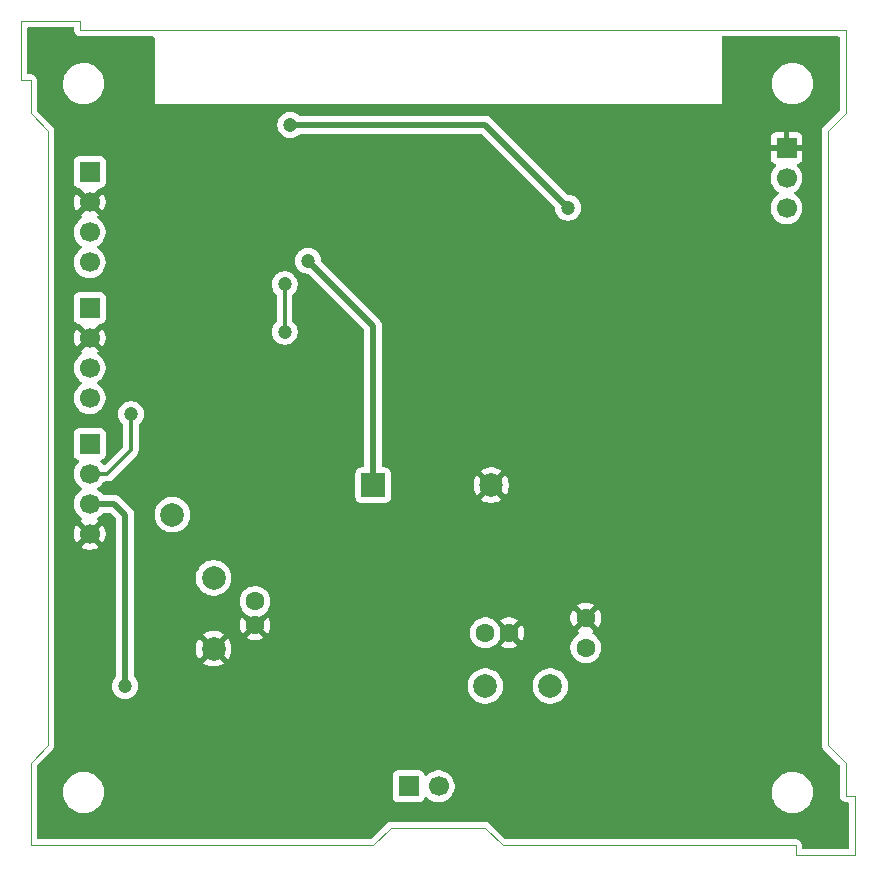
<source format=gbr>
%TF.GenerationSoftware,KiCad,Pcbnew,9.0.2*%
%TF.CreationDate,2025-05-20T18:43:20+03:00*%
%TF.ProjectId,Project_PCB,50726f6a-6563-4745-9f50-43422e6b6963,0*%
%TF.SameCoordinates,Original*%
%TF.FileFunction,Copper,L2,Bot*%
%TF.FilePolarity,Positive*%
%FSLAX46Y46*%
G04 Gerber Fmt 4.6, Leading zero omitted, Abs format (unit mm)*
G04 Created by KiCad (PCBNEW 9.0.2) date 2025-05-20 18:43:20*
%MOMM*%
%LPD*%
G01*
G04 APERTURE LIST*
%TA.AperFunction,ComponentPad*%
%ADD10C,1.600000*%
%TD*%
%TA.AperFunction,ComponentPad*%
%ADD11R,1.700000X1.700000*%
%TD*%
%TA.AperFunction,ComponentPad*%
%ADD12C,1.700000*%
%TD*%
%TA.AperFunction,ComponentPad*%
%ADD13C,2.000000*%
%TD*%
%TA.AperFunction,ComponentPad*%
%ADD14R,1.995000X1.995000*%
%TD*%
%TA.AperFunction,ComponentPad*%
%ADD15C,1.995000*%
%TD*%
%TA.AperFunction,HeatsinkPad*%
%ADD16C,0.600000*%
%TD*%
%TA.AperFunction,ViaPad*%
%ADD17C,1.200000*%
%TD*%
%TA.AperFunction,Conductor*%
%ADD18C,0.500000*%
%TD*%
%TA.AperFunction,Conductor*%
%ADD19C,0.300000*%
%TD*%
%TA.AperFunction,Profile*%
%ADD20C,0.050000*%
%TD*%
G04 APERTURE END LIST*
D10*
%TO.P,C7,1*%
%TO.N,+BATT*%
X19000000Y-48350000D03*
%TO.P,C7,2*%
%TO.N,GND*%
X19000000Y-50350000D03*
%TD*%
%TO.P,C2,1*%
%TO.N,+3V3*%
X47000000Y-52250000D03*
%TO.P,C2,2*%
%TO.N,GND*%
X47000000Y-49750000D03*
%TD*%
D11*
%TO.P,D1,1,RA*%
%TO.N,Net-(D1-RA)*%
X5000000Y-12000000D03*
D12*
%TO.P,D1,2,K*%
%TO.N,GND*%
X5000000Y-14540000D03*
%TO.P,D1,3,GA*%
%TO.N,Net-(D1-GA)*%
X5000000Y-17080000D03*
%TO.P,D1,4,BA*%
%TO.N,Net-(D1-BA)*%
X5000000Y-19620000D03*
%TD*%
D11*
%TO.P,D2,1,RA*%
%TO.N,Net-(D2-RA)*%
X5000000Y-23500000D03*
D12*
%TO.P,D2,2,K*%
%TO.N,GND*%
X5000000Y-26040000D03*
%TO.P,D2,3,GA*%
%TO.N,Net-(D2-GA)*%
X5000000Y-28580000D03*
%TO.P,D2,4,BA*%
%TO.N,Net-(D2-BA)*%
X5000000Y-31120000D03*
%TD*%
D13*
%TO.P,TP3,1,1*%
%TO.N,GND*%
X15500000Y-52350000D03*
%TD*%
D11*
%TO.P,J2,1,Pin_1*%
%TO.N,GND*%
X64000000Y-9960000D03*
D12*
%TO.P,J2,2,Pin_2*%
%TO.N,Net-(J2-Pin_2)*%
X64000000Y-12500000D03*
%TO.P,J2,3,Pin_3*%
%TO.N,+3V3*%
X64000000Y-15040000D03*
%TD*%
D10*
%TO.P,C4,1*%
%TO.N,VIN*%
X38500000Y-51000000D03*
%TO.P,C4,2*%
%TO.N,GND*%
X40500000Y-51000000D03*
%TD*%
D14*
%TO.P,LS1,1,1*%
%TO.N,Net-(U1-IO17)*%
X29000000Y-38500000D03*
D15*
%TO.P,LS1,2,2*%
%TO.N,GND*%
X39000000Y-38500000D03*
%TD*%
D13*
%TO.P,TP5,1,1*%
%TO.N,VIN*%
X38500000Y-55500000D03*
%TD*%
D11*
%TO.P,SW3,1,1*%
%TO.N,POW{slash}IO9*%
X32000000Y-64000000D03*
D12*
%TO.P,SW3,2,2*%
%TO.N,+3V3*%
X34540000Y-64000000D03*
%TD*%
D13*
%TO.P,TP4,1,1*%
%TO.N,VBUS*%
X12000000Y-41000000D03*
%TD*%
%TO.P,TP2,1,1*%
%TO.N,+BATT*%
X15500000Y-46350000D03*
%TD*%
D16*
%TO.P,U1,41,GND*%
%TO.N,GND*%
X31600000Y-14760000D03*
X31600000Y-16160000D03*
X32300000Y-14060000D03*
X32300000Y-15460000D03*
X32300000Y-16860000D03*
X33000000Y-14760000D03*
X33000000Y-16160000D03*
X33700000Y-14060000D03*
X33700000Y-15460000D03*
X33700000Y-16860000D03*
X34400000Y-14760000D03*
X34400000Y-16160000D03*
%TD*%
D13*
%TO.P,TP1,1,1*%
%TO.N,+3V3*%
X44000000Y-55500000D03*
%TD*%
D11*
%TO.P,J1,1,D+*%
%TO.N,ESP20{slash}D+*%
X5000000Y-35000000D03*
D12*
%TO.P,J1,2,D-*%
%TO.N,ESP19{slash}D-*%
X5000000Y-37540000D03*
%TO.P,J1,3,VBUS*%
%TO.N,VBUS*%
X5000000Y-40080000D03*
%TO.P,J1,4,GND*%
%TO.N,GND*%
X5000000Y-42620000D03*
%TD*%
D17*
%TO.N,+3V3*%
X45500000Y-15000000D03*
X22000000Y-8000000D03*
%TO.N,GND*%
X26000000Y-28000000D03*
%TO.N,BATT{slash}IO8*%
X21500000Y-21500000D03*
X21500000Y-25500000D03*
%TO.N,VBUS*%
X8000000Y-55500000D03*
%TO.N,ESP19{slash}D-*%
X8500000Y-32500000D03*
%TO.N,Net-(U1-IO17)*%
X23500000Y-19500000D03*
%TD*%
D18*
%TO.N,Net-(U1-IO17)*%
X29000000Y-38500000D02*
X29000000Y-25000000D01*
X29000000Y-25000000D02*
X23500000Y-19500000D01*
%TO.N,+3V3*%
X38500000Y-8000000D02*
X22000000Y-8000000D01*
X45500000Y-15000000D02*
X38500000Y-8000000D01*
D19*
%TO.N,ESP19{slash}D-*%
X6460000Y-37540000D02*
X5000000Y-37540000D01*
X8500000Y-32500000D02*
X8500000Y-35500000D01*
X8500000Y-35500000D02*
X6460000Y-37540000D01*
D18*
%TO.N,VBUS*%
X8000000Y-41000000D02*
X8000000Y-55500000D01*
X7080000Y-40080000D02*
X8000000Y-41000000D01*
X5000000Y-40080000D02*
X7080000Y-40080000D01*
D19*
%TO.N,BATT{slash}IO8*%
X21500000Y-25500000D02*
X21500000Y-21500000D01*
%TD*%
%TA.AperFunction,Conductor*%
%TO.N,GND*%
G36*
X3642539Y279815D02*
G01*
X3688294Y227011D01*
X3699500Y175500D01*
X3699500Y-65891D01*
X3733608Y-193187D01*
X3766554Y-250250D01*
X3799500Y-307314D01*
X3892686Y-400500D01*
X4006814Y-466392D01*
X4134108Y-500500D01*
X4265892Y-500500D01*
X4534108Y-500500D01*
X10376000Y-500500D01*
X10443039Y-520185D01*
X10488794Y-572989D01*
X10500000Y-624500D01*
X10500000Y-6250000D01*
X58500000Y-6250000D01*
X58500000Y-4385258D01*
X62749500Y-4385258D01*
X62749500Y-4614741D01*
X62774446Y-4804215D01*
X62779452Y-4842238D01*
X62779453Y-4842240D01*
X62838842Y-5063887D01*
X62926650Y-5275876D01*
X62926657Y-5275890D01*
X63041392Y-5474617D01*
X63181081Y-5656661D01*
X63181089Y-5656670D01*
X63343330Y-5818911D01*
X63343338Y-5818918D01*
X63525382Y-5958607D01*
X63525385Y-5958608D01*
X63525388Y-5958611D01*
X63724112Y-6073344D01*
X63724117Y-6073346D01*
X63724123Y-6073349D01*
X63815480Y-6111190D01*
X63936113Y-6161158D01*
X64157762Y-6220548D01*
X64385266Y-6250500D01*
X64385273Y-6250500D01*
X64614727Y-6250500D01*
X64614734Y-6250500D01*
X64842238Y-6220548D01*
X65063887Y-6161158D01*
X65275888Y-6073344D01*
X65474612Y-5958611D01*
X65656661Y-5818919D01*
X65656665Y-5818914D01*
X65656670Y-5818911D01*
X65818911Y-5656670D01*
X65818914Y-5656665D01*
X65818919Y-5656661D01*
X65958611Y-5474612D01*
X66073344Y-5275888D01*
X66161158Y-5063887D01*
X66220548Y-4842238D01*
X66250500Y-4614734D01*
X66250500Y-4385266D01*
X66220548Y-4157762D01*
X66161158Y-3936113D01*
X66104571Y-3799500D01*
X66073349Y-3724123D01*
X66073346Y-3724117D01*
X66073344Y-3724112D01*
X65958611Y-3525388D01*
X65958608Y-3525385D01*
X65958607Y-3525382D01*
X65818918Y-3343338D01*
X65818911Y-3343330D01*
X65656670Y-3181089D01*
X65656661Y-3181081D01*
X65474617Y-3041392D01*
X65275890Y-2926657D01*
X65275876Y-2926650D01*
X65063887Y-2838842D01*
X64842238Y-2779452D01*
X64804215Y-2774446D01*
X64614741Y-2749500D01*
X64614734Y-2749500D01*
X64385266Y-2749500D01*
X64385258Y-2749500D01*
X64168715Y-2778009D01*
X64157762Y-2779452D01*
X64064076Y-2804554D01*
X63936112Y-2838842D01*
X63724123Y-2926650D01*
X63724109Y-2926657D01*
X63525382Y-3041392D01*
X63343338Y-3181081D01*
X63181081Y-3343338D01*
X63041392Y-3525382D01*
X62926657Y-3724109D01*
X62926650Y-3724123D01*
X62838842Y-3936112D01*
X62838842Y-3936113D01*
X62785790Y-4134110D01*
X62779453Y-4157759D01*
X62779451Y-4157770D01*
X62749500Y-4385258D01*
X58500000Y-4385258D01*
X58500000Y-624500D01*
X58519685Y-557461D01*
X58572489Y-511706D01*
X58624000Y-500500D01*
X68375500Y-500500D01*
X68442539Y-520185D01*
X68488294Y-572989D01*
X68499500Y-624500D01*
X68499500Y-6741324D01*
X68479815Y-6808363D01*
X68463181Y-6829005D01*
X67099502Y-8192683D01*
X67099500Y-8192686D01*
X67033608Y-8306812D01*
X66999500Y-8434108D01*
X66999500Y-16434108D01*
X66999500Y-60434108D01*
X66999500Y-60565892D01*
X67016554Y-60629539D01*
X67033608Y-60693187D01*
X67066554Y-60750250D01*
X67099500Y-60807314D01*
X67099501Y-60807315D01*
X67099502Y-60807316D01*
X68463181Y-62170995D01*
X68496666Y-62232318D01*
X68499500Y-62258676D01*
X68499500Y-64734108D01*
X68499500Y-64865892D01*
X68508069Y-64897872D01*
X68533608Y-64993187D01*
X68566554Y-65050250D01*
X68599500Y-65107314D01*
X68692686Y-65200500D01*
X68806814Y-65266392D01*
X68934108Y-65300500D01*
X69175500Y-65300500D01*
X69242539Y-65320185D01*
X69288294Y-65372989D01*
X69299500Y-65424500D01*
X69299500Y-69175500D01*
X69279815Y-69242539D01*
X69227011Y-69288294D01*
X69175500Y-69299500D01*
X65424500Y-69299500D01*
X65357461Y-69279815D01*
X65311706Y-69227011D01*
X65300500Y-69175500D01*
X65300500Y-68934110D01*
X65300500Y-68934108D01*
X65266392Y-68806814D01*
X65200500Y-68692686D01*
X65107314Y-68599500D01*
X65050250Y-68566554D01*
X64993187Y-68533608D01*
X64929539Y-68516554D01*
X64865892Y-68499500D01*
X64865891Y-68499500D01*
X40258676Y-68499500D01*
X40191637Y-68479815D01*
X40170995Y-68463181D01*
X38807316Y-67099502D01*
X38807314Y-67099500D01*
X38750250Y-67066554D01*
X38693187Y-67033608D01*
X38629539Y-67016554D01*
X38565892Y-66999500D01*
X30565892Y-66999500D01*
X30434107Y-66999500D01*
X30306812Y-67033608D01*
X30192686Y-67099500D01*
X30192683Y-67099502D01*
X28829005Y-68463181D01*
X28767682Y-68496666D01*
X28741324Y-68499500D01*
X624500Y-68499500D01*
X557461Y-68479815D01*
X511706Y-68427011D01*
X500500Y-68375500D01*
X500500Y-64385258D01*
X2749500Y-64385258D01*
X2749500Y-64614741D01*
X2761755Y-64707820D01*
X2779452Y-64842238D01*
X2811252Y-64960917D01*
X2838842Y-65063887D01*
X2926650Y-65275876D01*
X2926657Y-65275890D01*
X3041392Y-65474617D01*
X3181081Y-65656661D01*
X3181089Y-65656670D01*
X3343330Y-65818911D01*
X3343338Y-65818918D01*
X3525382Y-65958607D01*
X3525385Y-65958608D01*
X3525388Y-65958611D01*
X3724112Y-66073344D01*
X3724117Y-66073346D01*
X3724123Y-66073349D01*
X3815480Y-66111190D01*
X3936113Y-66161158D01*
X4157762Y-66220548D01*
X4385266Y-66250500D01*
X4385273Y-66250500D01*
X4614727Y-66250500D01*
X4614734Y-66250500D01*
X4842238Y-66220548D01*
X5063887Y-66161158D01*
X5275888Y-66073344D01*
X5474612Y-65958611D01*
X5656661Y-65818919D01*
X5656665Y-65818914D01*
X5656670Y-65818911D01*
X5818911Y-65656670D01*
X5818914Y-65656665D01*
X5818919Y-65656661D01*
X5958611Y-65474612D01*
X6073344Y-65275888D01*
X6161158Y-65063887D01*
X6220548Y-64842238D01*
X6250500Y-64614734D01*
X6250500Y-64385266D01*
X6220548Y-64157762D01*
X6161158Y-63936113D01*
X6073344Y-63724112D01*
X5958611Y-63525388D01*
X5958608Y-63525385D01*
X5958607Y-63525382D01*
X5818918Y-63343338D01*
X5818911Y-63343330D01*
X5656670Y-63181089D01*
X5656661Y-63181081D01*
X5553778Y-63102135D01*
X30649500Y-63102135D01*
X30649500Y-64897870D01*
X30649501Y-64897876D01*
X30655908Y-64957483D01*
X30706202Y-65092328D01*
X30706206Y-65092335D01*
X30792452Y-65207544D01*
X30792455Y-65207547D01*
X30907664Y-65293793D01*
X30907671Y-65293797D01*
X31042517Y-65344091D01*
X31042516Y-65344091D01*
X31049444Y-65344835D01*
X31102127Y-65350500D01*
X32897872Y-65350499D01*
X32957483Y-65344091D01*
X33092331Y-65293796D01*
X33207546Y-65207546D01*
X33293796Y-65092331D01*
X33342810Y-64960916D01*
X33384681Y-64904984D01*
X33450145Y-64880566D01*
X33518418Y-64895417D01*
X33546673Y-64916569D01*
X33660213Y-65030109D01*
X33832179Y-65155048D01*
X33832181Y-65155049D01*
X33832184Y-65155051D01*
X34021588Y-65251557D01*
X34223757Y-65317246D01*
X34433713Y-65350500D01*
X34433714Y-65350500D01*
X34646286Y-65350500D01*
X34646287Y-65350500D01*
X34856243Y-65317246D01*
X35058412Y-65251557D01*
X35247816Y-65155051D01*
X35334138Y-65092335D01*
X35419786Y-65030109D01*
X35419788Y-65030106D01*
X35419792Y-65030104D01*
X35570104Y-64879792D01*
X35570106Y-64879788D01*
X35570109Y-64879786D01*
X35695048Y-64707820D01*
X35695047Y-64707820D01*
X35695051Y-64707816D01*
X35791557Y-64518412D01*
X35834822Y-64385258D01*
X62749500Y-64385258D01*
X62749500Y-64614741D01*
X62761755Y-64707820D01*
X62779452Y-64842238D01*
X62811252Y-64960917D01*
X62838842Y-65063887D01*
X62926650Y-65275876D01*
X62926657Y-65275890D01*
X63041392Y-65474617D01*
X63181081Y-65656661D01*
X63181089Y-65656670D01*
X63343330Y-65818911D01*
X63343338Y-65818918D01*
X63525382Y-65958607D01*
X63525385Y-65958608D01*
X63525388Y-65958611D01*
X63724112Y-66073344D01*
X63724117Y-66073346D01*
X63724123Y-66073349D01*
X63815480Y-66111190D01*
X63936113Y-66161158D01*
X64157762Y-66220548D01*
X64385266Y-66250500D01*
X64385273Y-66250500D01*
X64614727Y-66250500D01*
X64614734Y-66250500D01*
X64842238Y-66220548D01*
X65063887Y-66161158D01*
X65275888Y-66073344D01*
X65474612Y-65958611D01*
X65656661Y-65818919D01*
X65656665Y-65818914D01*
X65656670Y-65818911D01*
X65818911Y-65656670D01*
X65818914Y-65656665D01*
X65818919Y-65656661D01*
X65958611Y-65474612D01*
X66073344Y-65275888D01*
X66161158Y-65063887D01*
X66220548Y-64842238D01*
X66250500Y-64614734D01*
X66250500Y-64385266D01*
X66220548Y-64157762D01*
X66161158Y-63936113D01*
X66073344Y-63724112D01*
X65958611Y-63525388D01*
X65958608Y-63525385D01*
X65958607Y-63525382D01*
X65818918Y-63343338D01*
X65818911Y-63343330D01*
X65656670Y-63181089D01*
X65656661Y-63181081D01*
X65474617Y-63041392D01*
X65275890Y-62926657D01*
X65275876Y-62926650D01*
X65063887Y-62838842D01*
X64842238Y-62779452D01*
X64804215Y-62774446D01*
X64614741Y-62749500D01*
X64614734Y-62749500D01*
X64385266Y-62749500D01*
X64385258Y-62749500D01*
X64168715Y-62778009D01*
X64157762Y-62779452D01*
X64109234Y-62792455D01*
X63936112Y-62838842D01*
X63724123Y-62926650D01*
X63724109Y-62926657D01*
X63525382Y-63041392D01*
X63343338Y-63181081D01*
X63181081Y-63343338D01*
X63041392Y-63525382D01*
X62926657Y-63724109D01*
X62926650Y-63724123D01*
X62838842Y-63936112D01*
X62779453Y-64157759D01*
X62779451Y-64157770D01*
X62749500Y-64385258D01*
X35834822Y-64385258D01*
X35857246Y-64316243D01*
X35890500Y-64106287D01*
X35890500Y-63893713D01*
X35857246Y-63683757D01*
X35791557Y-63481588D01*
X35695051Y-63292184D01*
X35695049Y-63292181D01*
X35695048Y-63292179D01*
X35570109Y-63120213D01*
X35419786Y-62969890D01*
X35247820Y-62844951D01*
X35058414Y-62748444D01*
X35058413Y-62748443D01*
X35058412Y-62748443D01*
X34856243Y-62682754D01*
X34856241Y-62682753D01*
X34856240Y-62682753D01*
X34694957Y-62657208D01*
X34646287Y-62649500D01*
X34433713Y-62649500D01*
X34385042Y-62657208D01*
X34223760Y-62682753D01*
X34021585Y-62748444D01*
X33832179Y-62844951D01*
X33660215Y-62969889D01*
X33546673Y-63083431D01*
X33485350Y-63116915D01*
X33415658Y-63111931D01*
X33359725Y-63070059D01*
X33342810Y-63039082D01*
X33293797Y-62907671D01*
X33293793Y-62907664D01*
X33207547Y-62792455D01*
X33207544Y-62792452D01*
X33092335Y-62706206D01*
X33092328Y-62706202D01*
X32957482Y-62655908D01*
X32957483Y-62655908D01*
X32897883Y-62649501D01*
X32897881Y-62649500D01*
X32897873Y-62649500D01*
X32897864Y-62649500D01*
X31102129Y-62649500D01*
X31102123Y-62649501D01*
X31042516Y-62655908D01*
X30907671Y-62706202D01*
X30907664Y-62706206D01*
X30792455Y-62792452D01*
X30792452Y-62792455D01*
X30706206Y-62907664D01*
X30706202Y-62907671D01*
X30655908Y-63042517D01*
X30649501Y-63102116D01*
X30649500Y-63102135D01*
X5553778Y-63102135D01*
X5474617Y-63041392D01*
X5275890Y-62926657D01*
X5275876Y-62926650D01*
X5063887Y-62838842D01*
X4842238Y-62779452D01*
X4804215Y-62774446D01*
X4614741Y-62749500D01*
X4614734Y-62749500D01*
X4385266Y-62749500D01*
X4385258Y-62749500D01*
X4168715Y-62778009D01*
X4157762Y-62779452D01*
X4109234Y-62792455D01*
X3936112Y-62838842D01*
X3724123Y-62926650D01*
X3724109Y-62926657D01*
X3525382Y-63041392D01*
X3343338Y-63181081D01*
X3181081Y-63343338D01*
X3041392Y-63525382D01*
X2926657Y-63724109D01*
X2926650Y-63724123D01*
X2838842Y-63936112D01*
X2779453Y-64157759D01*
X2779451Y-64157770D01*
X2749500Y-64385258D01*
X500500Y-64385258D01*
X500500Y-62258676D01*
X520185Y-62191637D01*
X536819Y-62170995D01*
X1108314Y-61599500D01*
X1900499Y-60807315D01*
X1966392Y-60693186D01*
X2000500Y-60565893D01*
X2000500Y-60434108D01*
X2000500Y-44434108D01*
X2000500Y-34102135D01*
X3649500Y-34102135D01*
X3649500Y-35897870D01*
X3649501Y-35897876D01*
X3655908Y-35957483D01*
X3706202Y-36092328D01*
X3706206Y-36092335D01*
X3792452Y-36207544D01*
X3792455Y-36207547D01*
X3907664Y-36293793D01*
X3907671Y-36293797D01*
X4039082Y-36342810D01*
X4095016Y-36384681D01*
X4119433Y-36450145D01*
X4104582Y-36518418D01*
X4083431Y-36546673D01*
X3969889Y-36660215D01*
X3844951Y-36832179D01*
X3748444Y-37021585D01*
X3682753Y-37223760D01*
X3659635Y-37369722D01*
X3649500Y-37433713D01*
X3649500Y-37646287D01*
X3682754Y-37856243D01*
X3744175Y-38045277D01*
X3748444Y-38058414D01*
X3844951Y-38247820D01*
X3969890Y-38419786D01*
X4120213Y-38570109D01*
X4292182Y-38695050D01*
X4300946Y-38699516D01*
X4351742Y-38747491D01*
X4368536Y-38815312D01*
X4345998Y-38881447D01*
X4300946Y-38920484D01*
X4292182Y-38924949D01*
X4120213Y-39049890D01*
X3969890Y-39200213D01*
X3844951Y-39372179D01*
X3748444Y-39561585D01*
X3682753Y-39763760D01*
X3654635Y-39941293D01*
X3649500Y-39973713D01*
X3649500Y-40186287D01*
X3682754Y-40396243D01*
X3723480Y-40521585D01*
X3748444Y-40598414D01*
X3844951Y-40787820D01*
X3969890Y-40959786D01*
X4120213Y-41110109D01*
X4292179Y-41235048D01*
X4292181Y-41235049D01*
X4292184Y-41235051D01*
X4301493Y-41239794D01*
X4352290Y-41287766D01*
X4369087Y-41355587D01*
X4346552Y-41421722D01*
X4301505Y-41460760D01*
X4292446Y-41465376D01*
X4292440Y-41465380D01*
X4238282Y-41504727D01*
X4238282Y-41504728D01*
X4870591Y-42137037D01*
X4807007Y-42154075D01*
X4692993Y-42219901D01*
X4599901Y-42312993D01*
X4534075Y-42427007D01*
X4517037Y-42490591D01*
X3884728Y-41858282D01*
X3884727Y-41858282D01*
X3845380Y-41912439D01*
X3748904Y-42101782D01*
X3683242Y-42303869D01*
X3683242Y-42303872D01*
X3650000Y-42513753D01*
X3650000Y-42726246D01*
X3683242Y-42936127D01*
X3683242Y-42936130D01*
X3748904Y-43138217D01*
X3845375Y-43327550D01*
X3884728Y-43381716D01*
X4517037Y-42749408D01*
X4534075Y-42812993D01*
X4599901Y-42927007D01*
X4692993Y-43020099D01*
X4807007Y-43085925D01*
X4870590Y-43102962D01*
X4238282Y-43735269D01*
X4238282Y-43735270D01*
X4292449Y-43774624D01*
X4481782Y-43871095D01*
X4683870Y-43936757D01*
X4893754Y-43970000D01*
X5106246Y-43970000D01*
X5316127Y-43936757D01*
X5316130Y-43936757D01*
X5518217Y-43871095D01*
X5707554Y-43774622D01*
X5761716Y-43735270D01*
X5761717Y-43735270D01*
X5129408Y-43102962D01*
X5192993Y-43085925D01*
X5307007Y-43020099D01*
X5400099Y-42927007D01*
X5465925Y-42812993D01*
X5482962Y-42749408D01*
X6115270Y-43381717D01*
X6115270Y-43381716D01*
X6154622Y-43327554D01*
X6251095Y-43138217D01*
X6316757Y-42936130D01*
X6316757Y-42936127D01*
X6350000Y-42726246D01*
X6350000Y-42513753D01*
X6316757Y-42303872D01*
X6316757Y-42303869D01*
X6251095Y-42101782D01*
X6154624Y-41912449D01*
X6115270Y-41858282D01*
X6115269Y-41858282D01*
X5482962Y-42490590D01*
X5465925Y-42427007D01*
X5400099Y-42312993D01*
X5307007Y-42219901D01*
X5192993Y-42154075D01*
X5129409Y-42137037D01*
X5761716Y-41504728D01*
X5707547Y-41465373D01*
X5707547Y-41465372D01*
X5698500Y-41460763D01*
X5647706Y-41412788D01*
X5630912Y-41344966D01*
X5653451Y-41278832D01*
X5698508Y-41239793D01*
X5707816Y-41235051D01*
X5868791Y-41118097D01*
X5879786Y-41110109D01*
X5879788Y-41110106D01*
X5879792Y-41110104D01*
X6030104Y-40959792D01*
X6030108Y-40959786D01*
X6086903Y-40881615D01*
X6142233Y-40838949D01*
X6187221Y-40830500D01*
X6717770Y-40830500D01*
X6784809Y-40850185D01*
X6805451Y-40866819D01*
X7213181Y-41274548D01*
X7246666Y-41335871D01*
X7249500Y-41362229D01*
X7249500Y-54642796D01*
X7229815Y-54709835D01*
X7213181Y-54730477D01*
X7160588Y-54783069D01*
X7160588Y-54783070D01*
X7160586Y-54783072D01*
X7116859Y-54843256D01*
X7058768Y-54923211D01*
X6980128Y-55077552D01*
X6980127Y-55077554D01*
X6980127Y-55077555D01*
X6953362Y-55159927D01*
X6926597Y-55242302D01*
X6926597Y-55242303D01*
X6899500Y-55413389D01*
X6899500Y-55586611D01*
X6926598Y-55757701D01*
X6980127Y-55922445D01*
X7058768Y-56076788D01*
X7160586Y-56216928D01*
X7283072Y-56339414D01*
X7423212Y-56441232D01*
X7577555Y-56519873D01*
X7742299Y-56573402D01*
X7913389Y-56600500D01*
X7913390Y-56600500D01*
X8086610Y-56600500D01*
X8086611Y-56600500D01*
X8257701Y-56573402D01*
X8422445Y-56519873D01*
X8576788Y-56441232D01*
X8716928Y-56339414D01*
X8839414Y-56216928D01*
X8941232Y-56076788D01*
X9019873Y-55922445D01*
X9073402Y-55757701D01*
X9100500Y-55586611D01*
X9100500Y-55413389D01*
X9095513Y-55381902D01*
X36999500Y-55381902D01*
X36999500Y-55618097D01*
X37036446Y-55851368D01*
X37109433Y-56075996D01*
X37181242Y-56216928D01*
X37216657Y-56286433D01*
X37355483Y-56477510D01*
X37522490Y-56644517D01*
X37713567Y-56783343D01*
X37812991Y-56834002D01*
X37924003Y-56890566D01*
X37924005Y-56890566D01*
X37924008Y-56890568D01*
X38044412Y-56929689D01*
X38148631Y-56963553D01*
X38381903Y-57000500D01*
X38381908Y-57000500D01*
X38618097Y-57000500D01*
X38851368Y-56963553D01*
X39075992Y-56890568D01*
X39286433Y-56783343D01*
X39477510Y-56644517D01*
X39644517Y-56477510D01*
X39783343Y-56286433D01*
X39890568Y-56075992D01*
X39963553Y-55851368D01*
X40000500Y-55618097D01*
X40000500Y-55381902D01*
X42499500Y-55381902D01*
X42499500Y-55618097D01*
X42536446Y-55851368D01*
X42609433Y-56075996D01*
X42681242Y-56216928D01*
X42716657Y-56286433D01*
X42855483Y-56477510D01*
X43022490Y-56644517D01*
X43213567Y-56783343D01*
X43312991Y-56834002D01*
X43424003Y-56890566D01*
X43424005Y-56890566D01*
X43424008Y-56890568D01*
X43544412Y-56929689D01*
X43648631Y-56963553D01*
X43881903Y-57000500D01*
X43881908Y-57000500D01*
X44118097Y-57000500D01*
X44351368Y-56963553D01*
X44575992Y-56890568D01*
X44786433Y-56783343D01*
X44977510Y-56644517D01*
X45144517Y-56477510D01*
X45283343Y-56286433D01*
X45390568Y-56075992D01*
X45463553Y-55851368D01*
X45500500Y-55618097D01*
X45500500Y-55381902D01*
X45463553Y-55148631D01*
X45390566Y-54924003D01*
X45334002Y-54812991D01*
X45283343Y-54713567D01*
X45144517Y-54522490D01*
X44977510Y-54355483D01*
X44786433Y-54216657D01*
X44575996Y-54109433D01*
X44351368Y-54036446D01*
X44118097Y-53999500D01*
X44118092Y-53999500D01*
X43881908Y-53999500D01*
X43881903Y-53999500D01*
X43648631Y-54036446D01*
X43424003Y-54109433D01*
X43213566Y-54216657D01*
X43104550Y-54295862D01*
X43022490Y-54355483D01*
X43022488Y-54355485D01*
X43022487Y-54355485D01*
X42855485Y-54522487D01*
X42855485Y-54522488D01*
X42855483Y-54522490D01*
X42795862Y-54604550D01*
X42716657Y-54713566D01*
X42609433Y-54924003D01*
X42536446Y-55148631D01*
X42499500Y-55381902D01*
X40000500Y-55381902D01*
X39963553Y-55148631D01*
X39890566Y-54924003D01*
X39834002Y-54812991D01*
X39783343Y-54713567D01*
X39644517Y-54522490D01*
X39477510Y-54355483D01*
X39286433Y-54216657D01*
X39075996Y-54109433D01*
X38851368Y-54036446D01*
X38618097Y-53999500D01*
X38618092Y-53999500D01*
X38381908Y-53999500D01*
X38381903Y-53999500D01*
X38148631Y-54036446D01*
X37924003Y-54109433D01*
X37713566Y-54216657D01*
X37604550Y-54295862D01*
X37522490Y-54355483D01*
X37522488Y-54355485D01*
X37522487Y-54355485D01*
X37355485Y-54522487D01*
X37355485Y-54522488D01*
X37355483Y-54522490D01*
X37295862Y-54604550D01*
X37216657Y-54713566D01*
X37109433Y-54924003D01*
X37036446Y-55148631D01*
X36999500Y-55381902D01*
X9095513Y-55381902D01*
X9073402Y-55242299D01*
X9019873Y-55077555D01*
X8941232Y-54923212D01*
X8839414Y-54783072D01*
X8786819Y-54730477D01*
X8753334Y-54669154D01*
X8750500Y-54642796D01*
X8750500Y-52231947D01*
X14000000Y-52231947D01*
X14000000Y-52468052D01*
X14036934Y-52701247D01*
X14109897Y-52925802D01*
X14217087Y-53136174D01*
X14277338Y-53219104D01*
X14277340Y-53219105D01*
X15017037Y-52479408D01*
X15034075Y-52542993D01*
X15099901Y-52657007D01*
X15192993Y-52750099D01*
X15307007Y-52815925D01*
X15370590Y-52832962D01*
X14630893Y-53572658D01*
X14713828Y-53632914D01*
X14924197Y-53740102D01*
X15148752Y-53813065D01*
X15148751Y-53813065D01*
X15381948Y-53850000D01*
X15618052Y-53850000D01*
X15851247Y-53813065D01*
X16075802Y-53740102D01*
X16286163Y-53632918D01*
X16286169Y-53632914D01*
X16369104Y-53572658D01*
X16369105Y-53572658D01*
X15629408Y-52832962D01*
X15692993Y-52815925D01*
X15807007Y-52750099D01*
X15900099Y-52657007D01*
X15965925Y-52542993D01*
X15982962Y-52479409D01*
X16722658Y-53219105D01*
X16722658Y-53219104D01*
X16782914Y-53136169D01*
X16782918Y-53136163D01*
X16890102Y-52925802D01*
X16963065Y-52701247D01*
X17000000Y-52468052D01*
X17000000Y-52231947D01*
X16963065Y-51998752D01*
X16890102Y-51774197D01*
X16782914Y-51563828D01*
X16722658Y-51480894D01*
X16722658Y-51480893D01*
X15982962Y-52220590D01*
X15965925Y-52157007D01*
X15900099Y-52042993D01*
X15807007Y-51949901D01*
X15692993Y-51884075D01*
X15629409Y-51867037D01*
X16369105Y-51127340D01*
X16369104Y-51127338D01*
X16286174Y-51067087D01*
X16075802Y-50959897D01*
X15851247Y-50886934D01*
X15851248Y-50886934D01*
X15618052Y-50850000D01*
X15381948Y-50850000D01*
X15148752Y-50886934D01*
X14924197Y-50959897D01*
X14713830Y-51067084D01*
X14630894Y-51127340D01*
X15370591Y-51867037D01*
X15307007Y-51884075D01*
X15192993Y-51949901D01*
X15099901Y-52042993D01*
X15034075Y-52157007D01*
X15017037Y-52220591D01*
X14277340Y-51480894D01*
X14217084Y-51563830D01*
X14109897Y-51774197D01*
X14036934Y-51998752D01*
X14000000Y-52231947D01*
X8750500Y-52231947D01*
X8750500Y-48247648D01*
X17699500Y-48247648D01*
X17699500Y-48452351D01*
X17731522Y-48654534D01*
X17794781Y-48849223D01*
X17858691Y-48974653D01*
X17883874Y-49024076D01*
X17887715Y-49031613D01*
X18008028Y-49197213D01*
X18152786Y-49341971D01*
X18273840Y-49429920D01*
X18318390Y-49462287D01*
X18500781Y-49555220D01*
X18558373Y-49573932D01*
X18607735Y-49604182D01*
X18953554Y-49950000D01*
X18947339Y-49950000D01*
X18845606Y-49977259D01*
X18754394Y-50029920D01*
X18679920Y-50104394D01*
X18627259Y-50195606D01*
X18600000Y-50297339D01*
X18600000Y-50303553D01*
X17920524Y-49624077D01*
X17920523Y-49624077D01*
X17888143Y-49668644D01*
X17795244Y-49850968D01*
X17732009Y-50045582D01*
X17700000Y-50247682D01*
X17700000Y-50452317D01*
X17732009Y-50654417D01*
X17795244Y-50849031D01*
X17888141Y-51031350D01*
X17888147Y-51031359D01*
X17920523Y-51075921D01*
X17920524Y-51075922D01*
X18600000Y-50396446D01*
X18600000Y-50402661D01*
X18627259Y-50504394D01*
X18679920Y-50595606D01*
X18754394Y-50670080D01*
X18845606Y-50722741D01*
X18947339Y-50750000D01*
X18953553Y-50750000D01*
X18274076Y-51429474D01*
X18318650Y-51461859D01*
X18500968Y-51554755D01*
X18695582Y-51617990D01*
X18897683Y-51650000D01*
X19102317Y-51650000D01*
X19304417Y-51617990D01*
X19499031Y-51554755D01*
X19681349Y-51461859D01*
X19725921Y-51429474D01*
X19046447Y-50750000D01*
X19052661Y-50750000D01*
X19154394Y-50722741D01*
X19245606Y-50670080D01*
X19320080Y-50595606D01*
X19372741Y-50504394D01*
X19400000Y-50402661D01*
X19400000Y-50396447D01*
X20079474Y-51075921D01*
X20111859Y-51031349D01*
X20179983Y-50897648D01*
X37199500Y-50897648D01*
X37199500Y-51102352D01*
X37203457Y-51127338D01*
X37231522Y-51304534D01*
X37294781Y-51499223D01*
X37387715Y-51681613D01*
X37508028Y-51847213D01*
X37652786Y-51991971D01*
X37773226Y-52079474D01*
X37818390Y-52112287D01*
X37906158Y-52157007D01*
X38000776Y-52205218D01*
X38000778Y-52205218D01*
X38000781Y-52205220D01*
X38083038Y-52231947D01*
X38195465Y-52268477D01*
X38294571Y-52284174D01*
X38397648Y-52300500D01*
X38397649Y-52300500D01*
X38602351Y-52300500D01*
X38602352Y-52300500D01*
X38804534Y-52268477D01*
X38999219Y-52205220D01*
X39181610Y-52112287D01*
X39276986Y-52042993D01*
X39347213Y-51991971D01*
X39347215Y-51991968D01*
X39347219Y-51991966D01*
X39491966Y-51847219D01*
X39491968Y-51847215D01*
X39491971Y-51847213D01*
X39562035Y-51750776D01*
X39612287Y-51681610D01*
X39705220Y-51499219D01*
X39723933Y-51441625D01*
X39754183Y-51392262D01*
X40100000Y-51046445D01*
X40100000Y-51052661D01*
X40127259Y-51154394D01*
X40179920Y-51245606D01*
X40254394Y-51320080D01*
X40345606Y-51372741D01*
X40447339Y-51400000D01*
X40453553Y-51400000D01*
X39774076Y-52079474D01*
X39818650Y-52111859D01*
X40000968Y-52204755D01*
X40195582Y-52267990D01*
X40397683Y-52300000D01*
X40602317Y-52300000D01*
X40804417Y-52267990D01*
X40999031Y-52204755D01*
X41111109Y-52147648D01*
X45699500Y-52147648D01*
X45699500Y-52352351D01*
X45731522Y-52554534D01*
X45794781Y-52749223D01*
X45887715Y-52931613D01*
X46008028Y-53097213D01*
X46152786Y-53241971D01*
X46307749Y-53354556D01*
X46318390Y-53362287D01*
X46434607Y-53421503D01*
X46500776Y-53455218D01*
X46500778Y-53455218D01*
X46500781Y-53455220D01*
X46605137Y-53489127D01*
X46695465Y-53518477D01*
X46796557Y-53534488D01*
X46897648Y-53550500D01*
X46897649Y-53550500D01*
X47102351Y-53550500D01*
X47102352Y-53550500D01*
X47304534Y-53518477D01*
X47499219Y-53455220D01*
X47681610Y-53362287D01*
X47774590Y-53294732D01*
X47847213Y-53241971D01*
X47847215Y-53241968D01*
X47847219Y-53241966D01*
X47991966Y-53097219D01*
X47991968Y-53097215D01*
X47991971Y-53097213D01*
X48044732Y-53024590D01*
X48112287Y-52931610D01*
X48205220Y-52749219D01*
X48268477Y-52554534D01*
X48300500Y-52352352D01*
X48300500Y-52147648D01*
X48294899Y-52112284D01*
X48268477Y-51945465D01*
X48205218Y-51750776D01*
X48153869Y-51650000D01*
X48112287Y-51568390D01*
X48062032Y-51499219D01*
X47991971Y-51402786D01*
X47847213Y-51258028D01*
X47681611Y-51137713D01*
X47627621Y-51110203D01*
X47576825Y-51062228D01*
X47560031Y-50994407D01*
X47582569Y-50928272D01*
X47627624Y-50889233D01*
X47681349Y-50861859D01*
X47725921Y-50829474D01*
X47046447Y-50150000D01*
X47052661Y-50150000D01*
X47154394Y-50122741D01*
X47245606Y-50070080D01*
X47320080Y-49995606D01*
X47372741Y-49904394D01*
X47400000Y-49802661D01*
X47400000Y-49796447D01*
X48079474Y-50475921D01*
X48111859Y-50431349D01*
X48204755Y-50249031D01*
X48267990Y-50054417D01*
X48300000Y-49852317D01*
X48300000Y-49647682D01*
X48267990Y-49445582D01*
X48204755Y-49250968D01*
X48111859Y-49068650D01*
X48079474Y-49024077D01*
X48079474Y-49024076D01*
X47400000Y-49703551D01*
X47400000Y-49697339D01*
X47372741Y-49595606D01*
X47320080Y-49504394D01*
X47245606Y-49429920D01*
X47154394Y-49377259D01*
X47052661Y-49350000D01*
X47046446Y-49350000D01*
X47725922Y-48670524D01*
X47725921Y-48670523D01*
X47681359Y-48638147D01*
X47681350Y-48638141D01*
X47499031Y-48545244D01*
X47304417Y-48482009D01*
X47102317Y-48450000D01*
X46897683Y-48450000D01*
X46695582Y-48482009D01*
X46500968Y-48545244D01*
X46318644Y-48638143D01*
X46274077Y-48670523D01*
X46274077Y-48670524D01*
X46953554Y-49350000D01*
X46947339Y-49350000D01*
X46845606Y-49377259D01*
X46754394Y-49429920D01*
X46679920Y-49504394D01*
X46627259Y-49595606D01*
X46600000Y-49697339D01*
X46600000Y-49703553D01*
X45920524Y-49024077D01*
X45920523Y-49024077D01*
X45888143Y-49068644D01*
X45795244Y-49250968D01*
X45732009Y-49445582D01*
X45700000Y-49647682D01*
X45700000Y-49852317D01*
X45732009Y-50054417D01*
X45795244Y-50249031D01*
X45888141Y-50431350D01*
X45888147Y-50431359D01*
X45920523Y-50475921D01*
X45920524Y-50475922D01*
X46600000Y-49796446D01*
X46600000Y-49802661D01*
X46627259Y-49904394D01*
X46679920Y-49995606D01*
X46754394Y-50070080D01*
X46845606Y-50122741D01*
X46947339Y-50150000D01*
X46953553Y-50150000D01*
X46274076Y-50829474D01*
X46318652Y-50861861D01*
X46372376Y-50889234D01*
X46423172Y-50937208D01*
X46439968Y-51005028D01*
X46417431Y-51071164D01*
X46372379Y-51110203D01*
X46318386Y-51137714D01*
X46152786Y-51258028D01*
X46008028Y-51402786D01*
X45887715Y-51568386D01*
X45794781Y-51750776D01*
X45731522Y-51945465D01*
X45699500Y-52147648D01*
X41111109Y-52147648D01*
X41181349Y-52111859D01*
X41225922Y-52079474D01*
X40546447Y-51400000D01*
X40552661Y-51400000D01*
X40654394Y-51372741D01*
X40745606Y-51320080D01*
X40820080Y-51245606D01*
X40872741Y-51154394D01*
X40900000Y-51052661D01*
X40900000Y-51046448D01*
X41579474Y-51725922D01*
X41579474Y-51725921D01*
X41611859Y-51681349D01*
X41704755Y-51499031D01*
X41767990Y-51304417D01*
X41800000Y-51102317D01*
X41800000Y-50897682D01*
X41767990Y-50695582D01*
X41704755Y-50500968D01*
X41611859Y-50318650D01*
X41579474Y-50274077D01*
X41579474Y-50274076D01*
X40900000Y-50953551D01*
X40900000Y-50947339D01*
X40872741Y-50845606D01*
X40820080Y-50754394D01*
X40745606Y-50679920D01*
X40654394Y-50627259D01*
X40552661Y-50600000D01*
X40546446Y-50600000D01*
X41225922Y-49920524D01*
X41225921Y-49920523D01*
X41181359Y-49888147D01*
X41181350Y-49888141D01*
X40999031Y-49795244D01*
X40892859Y-49760747D01*
X40804417Y-49732009D01*
X40602317Y-49700000D01*
X40397683Y-49700000D01*
X40195582Y-49732009D01*
X40000968Y-49795244D01*
X39818644Y-49888143D01*
X39774077Y-49920523D01*
X39774077Y-49920524D01*
X40453554Y-50600000D01*
X40447339Y-50600000D01*
X40345606Y-50627259D01*
X40254394Y-50679920D01*
X40179920Y-50754394D01*
X40127259Y-50845606D01*
X40100000Y-50947339D01*
X40100000Y-50953553D01*
X39754182Y-50607735D01*
X39723932Y-50558372D01*
X39705220Y-50500781D01*
X39612287Y-50318390D01*
X39580092Y-50274077D01*
X39491971Y-50152786D01*
X39347213Y-50008028D01*
X39181613Y-49887715D01*
X39181612Y-49887714D01*
X39181610Y-49887713D01*
X39109494Y-49850968D01*
X38999223Y-49794781D01*
X38804534Y-49731522D01*
X38629995Y-49703878D01*
X38602352Y-49699500D01*
X38397648Y-49699500D01*
X38373329Y-49703351D01*
X38195465Y-49731522D01*
X38000776Y-49794781D01*
X37818386Y-49887715D01*
X37652786Y-50008028D01*
X37508028Y-50152786D01*
X37387715Y-50318386D01*
X37294781Y-50500776D01*
X37231522Y-50695465D01*
X37205168Y-50861861D01*
X37199500Y-50897648D01*
X20179983Y-50897648D01*
X20204755Y-50849031D01*
X20267990Y-50654417D01*
X20300000Y-50452317D01*
X20300000Y-50247682D01*
X20267990Y-50045582D01*
X20204755Y-49850968D01*
X20111859Y-49668650D01*
X20079474Y-49624077D01*
X20079474Y-49624076D01*
X19400000Y-50303551D01*
X19400000Y-50297339D01*
X19372741Y-50195606D01*
X19320080Y-50104394D01*
X19245606Y-50029920D01*
X19154394Y-49977259D01*
X19052661Y-49950000D01*
X19046447Y-49950000D01*
X19392262Y-49604183D01*
X19441626Y-49573933D01*
X19499213Y-49555222D01*
X19499219Y-49555220D01*
X19499223Y-49555218D01*
X19681610Y-49462287D01*
X19798642Y-49377259D01*
X19847213Y-49341971D01*
X19847215Y-49341968D01*
X19847219Y-49341966D01*
X19991966Y-49197219D01*
X19991968Y-49197215D01*
X19991971Y-49197213D01*
X20085380Y-49068644D01*
X20112287Y-49031610D01*
X20205220Y-48849219D01*
X20268477Y-48654534D01*
X20300500Y-48452352D01*
X20300500Y-48247648D01*
X20268477Y-48045466D01*
X20205220Y-47850781D01*
X20205218Y-47850778D01*
X20205218Y-47850776D01*
X20171503Y-47784607D01*
X20112287Y-47668390D01*
X20086824Y-47633343D01*
X19991971Y-47502786D01*
X19847213Y-47358028D01*
X19681613Y-47237715D01*
X19681612Y-47237714D01*
X19681610Y-47237713D01*
X19624653Y-47208691D01*
X19499223Y-47144781D01*
X19304534Y-47081522D01*
X19129995Y-47053878D01*
X19102352Y-47049500D01*
X18897648Y-47049500D01*
X18873329Y-47053351D01*
X18695465Y-47081522D01*
X18500776Y-47144781D01*
X18318386Y-47237715D01*
X18152786Y-47358028D01*
X18008028Y-47502786D01*
X17887715Y-47668386D01*
X17794781Y-47850776D01*
X17731522Y-48045465D01*
X17699500Y-48247648D01*
X8750500Y-48247648D01*
X8750500Y-46231902D01*
X13999500Y-46231902D01*
X13999500Y-46468097D01*
X14036446Y-46701368D01*
X14109433Y-46925996D01*
X14172362Y-47049500D01*
X14216657Y-47136433D01*
X14355483Y-47327510D01*
X14522490Y-47494517D01*
X14713567Y-47633343D01*
X14782343Y-47668386D01*
X14924003Y-47740566D01*
X14924005Y-47740566D01*
X14924008Y-47740568D01*
X15044412Y-47779689D01*
X15148631Y-47813553D01*
X15381903Y-47850500D01*
X15381908Y-47850500D01*
X15618097Y-47850500D01*
X15851368Y-47813553D01*
X16075992Y-47740568D01*
X16286433Y-47633343D01*
X16477510Y-47494517D01*
X16644517Y-47327510D01*
X16783343Y-47136433D01*
X16890568Y-46925992D01*
X16963553Y-46701368D01*
X17000500Y-46468097D01*
X17000500Y-46231902D01*
X16963553Y-45998631D01*
X16890566Y-45774003D01*
X16783342Y-45563566D01*
X16644517Y-45372490D01*
X16477510Y-45205483D01*
X16286433Y-45066657D01*
X16075996Y-44959433D01*
X15851368Y-44886446D01*
X15618097Y-44849500D01*
X15618092Y-44849500D01*
X15381908Y-44849500D01*
X15381903Y-44849500D01*
X15148631Y-44886446D01*
X14924003Y-44959433D01*
X14713566Y-45066657D01*
X14604550Y-45145862D01*
X14522490Y-45205483D01*
X14522488Y-45205485D01*
X14522487Y-45205485D01*
X14355485Y-45372487D01*
X14355485Y-45372488D01*
X14355483Y-45372490D01*
X14295862Y-45454550D01*
X14216657Y-45563566D01*
X14109433Y-45774003D01*
X14036446Y-45998631D01*
X13999500Y-46231902D01*
X8750500Y-46231902D01*
X8750500Y-40926082D01*
X8745556Y-40901226D01*
X8745556Y-40901223D01*
X8741713Y-40881902D01*
X10499500Y-40881902D01*
X10499500Y-41118097D01*
X10536446Y-41351368D01*
X10609433Y-41575996D01*
X10716657Y-41786433D01*
X10855483Y-41977510D01*
X11022490Y-42144517D01*
X11213567Y-42283343D01*
X11312991Y-42334002D01*
X11424003Y-42390566D01*
X11424005Y-42390566D01*
X11424008Y-42390568D01*
X11536155Y-42427007D01*
X11648631Y-42463553D01*
X11881903Y-42500500D01*
X11881908Y-42500500D01*
X12118097Y-42500500D01*
X12351368Y-42463553D01*
X12575992Y-42390568D01*
X12786433Y-42283343D01*
X12977510Y-42144517D01*
X13144517Y-41977510D01*
X13283343Y-41786433D01*
X13390568Y-41575992D01*
X13463553Y-41351368D01*
X13464567Y-41344966D01*
X13500500Y-41118097D01*
X13500500Y-40881902D01*
X13463553Y-40648631D01*
X13390566Y-40424003D01*
X13283342Y-40213566D01*
X13144517Y-40022490D01*
X12977510Y-39855483D01*
X12786433Y-39716657D01*
X12575996Y-39609433D01*
X12351368Y-39536446D01*
X12118097Y-39499500D01*
X12118092Y-39499500D01*
X11881908Y-39499500D01*
X11881903Y-39499500D01*
X11648631Y-39536446D01*
X11424003Y-39609433D01*
X11213566Y-39716657D01*
X11104550Y-39795862D01*
X11022490Y-39855483D01*
X11022488Y-39855485D01*
X11022487Y-39855485D01*
X10855485Y-40022487D01*
X10855485Y-40022488D01*
X10855483Y-40022490D01*
X10795862Y-40104550D01*
X10716657Y-40213566D01*
X10609433Y-40424003D01*
X10536446Y-40648631D01*
X10499500Y-40881902D01*
X8741713Y-40881902D01*
X8721659Y-40781092D01*
X8721658Y-40781091D01*
X8721658Y-40781087D01*
X8721656Y-40781082D01*
X8665087Y-40644511D01*
X8665080Y-40644498D01*
X8582952Y-40521585D01*
X8582951Y-40521584D01*
X8478416Y-40417049D01*
X8274933Y-40213566D01*
X7558418Y-39497049D01*
X7558416Y-39497047D01*
X7509092Y-39464091D01*
X7476355Y-39442218D01*
X7435495Y-39414916D01*
X7435494Y-39414915D01*
X7435492Y-39414914D01*
X7435490Y-39414913D01*
X7298917Y-39358343D01*
X7298907Y-39358340D01*
X7153920Y-39329500D01*
X7153918Y-39329500D01*
X6187221Y-39329500D01*
X6120182Y-39309815D01*
X6086903Y-39278385D01*
X6030107Y-39200211D01*
X5879786Y-39049890D01*
X5707820Y-38924951D01*
X5705783Y-38923913D01*
X5699054Y-38920485D01*
X5648259Y-38872512D01*
X5631463Y-38804692D01*
X5653999Y-38738556D01*
X5699054Y-38699515D01*
X5707816Y-38695051D01*
X5814060Y-38617861D01*
X5879786Y-38570109D01*
X5879788Y-38570106D01*
X5879792Y-38570104D01*
X6030104Y-38419792D01*
X6030106Y-38419788D01*
X6030109Y-38419786D01*
X6157915Y-38243875D01*
X6159259Y-38244851D01*
X6205705Y-38202834D01*
X6259618Y-38190500D01*
X6524071Y-38190500D01*
X6608615Y-38173682D01*
X6649744Y-38165501D01*
X6768127Y-38116465D01*
X6874669Y-38045277D01*
X9005277Y-35914669D01*
X9076466Y-35808126D01*
X9125501Y-35689743D01*
X9150500Y-35564069D01*
X9150500Y-35435931D01*
X9150500Y-33450857D01*
X9170185Y-33383818D01*
X9201618Y-33350537D01*
X9216928Y-33339414D01*
X9339414Y-33216928D01*
X9441232Y-33076788D01*
X9519873Y-32922445D01*
X9573402Y-32757701D01*
X9600500Y-32586611D01*
X9600500Y-32413389D01*
X9573402Y-32242299D01*
X9519873Y-32077555D01*
X9441232Y-31923212D01*
X9339414Y-31783072D01*
X9216928Y-31660586D01*
X9076788Y-31558768D01*
X8922445Y-31480127D01*
X8757701Y-31426598D01*
X8757699Y-31426597D01*
X8757698Y-31426597D01*
X8626271Y-31405781D01*
X8586611Y-31399500D01*
X8413389Y-31399500D01*
X8373728Y-31405781D01*
X8242302Y-31426597D01*
X8077552Y-31480128D01*
X7923211Y-31558768D01*
X7843256Y-31616859D01*
X7783072Y-31660586D01*
X7783070Y-31660588D01*
X7783069Y-31660588D01*
X7660588Y-31783069D01*
X7660588Y-31783070D01*
X7660586Y-31783072D01*
X7628075Y-31827820D01*
X7558768Y-31923211D01*
X7480128Y-32077552D01*
X7426597Y-32242302D01*
X7399500Y-32413389D01*
X7399500Y-32586611D01*
X7426598Y-32757701D01*
X7480127Y-32922445D01*
X7558768Y-33076788D01*
X7660586Y-33216928D01*
X7660588Y-33216930D01*
X7783070Y-33339412D01*
X7783076Y-33339417D01*
X7798382Y-33350537D01*
X7841050Y-33405866D01*
X7849500Y-33450857D01*
X7849500Y-35179192D01*
X7829815Y-35246231D01*
X7813181Y-35266873D01*
X6296771Y-36783282D01*
X6235448Y-36816767D01*
X6165756Y-36811783D01*
X6109823Y-36769911D01*
X6108771Y-36768485D01*
X6030107Y-36660211D01*
X5916569Y-36546673D01*
X5883084Y-36485350D01*
X5888068Y-36415658D01*
X5929940Y-36359725D01*
X5960915Y-36342810D01*
X6092331Y-36293796D01*
X6207546Y-36207546D01*
X6293796Y-36092331D01*
X6344091Y-35957483D01*
X6350500Y-35897873D01*
X6350499Y-34102128D01*
X6344091Y-34042517D01*
X6293796Y-33907669D01*
X6293795Y-33907668D01*
X6293793Y-33907664D01*
X6207547Y-33792455D01*
X6207544Y-33792452D01*
X6092335Y-33706206D01*
X6092328Y-33706202D01*
X5957482Y-33655908D01*
X5957483Y-33655908D01*
X5897883Y-33649501D01*
X5897881Y-33649500D01*
X5897873Y-33649500D01*
X5897864Y-33649500D01*
X4102129Y-33649500D01*
X4102123Y-33649501D01*
X4042516Y-33655908D01*
X3907671Y-33706202D01*
X3907664Y-33706206D01*
X3792455Y-33792452D01*
X3792452Y-33792455D01*
X3706206Y-33907664D01*
X3706202Y-33907671D01*
X3655908Y-34042517D01*
X3649501Y-34102116D01*
X3649501Y-34102123D01*
X3649500Y-34102135D01*
X2000500Y-34102135D01*
X2000500Y-22602135D01*
X3649500Y-22602135D01*
X3649500Y-24397870D01*
X3649501Y-24397876D01*
X3655908Y-24457483D01*
X3706202Y-24592328D01*
X3706206Y-24592335D01*
X3792452Y-24707544D01*
X3792455Y-24707547D01*
X3907664Y-24793793D01*
X3907671Y-24793797D01*
X3952618Y-24810561D01*
X4042517Y-24844091D01*
X4102127Y-24850500D01*
X4112685Y-24850499D01*
X4179723Y-24870179D01*
X4200372Y-24886818D01*
X4870591Y-25557037D01*
X4807007Y-25574075D01*
X4692993Y-25639901D01*
X4599901Y-25732993D01*
X4534075Y-25847007D01*
X4517037Y-25910591D01*
X3884728Y-25278282D01*
X3884727Y-25278282D01*
X3845380Y-25332439D01*
X3748904Y-25521782D01*
X3683242Y-25723869D01*
X3683242Y-25723872D01*
X3650000Y-25933753D01*
X3650000Y-26146246D01*
X3683242Y-26356127D01*
X3683242Y-26356130D01*
X3748904Y-26558217D01*
X3845375Y-26747550D01*
X3884728Y-26801716D01*
X4517037Y-26169408D01*
X4534075Y-26232993D01*
X4599901Y-26347007D01*
X4692993Y-26440099D01*
X4807007Y-26505925D01*
X4870590Y-26522962D01*
X4238282Y-27155269D01*
X4238282Y-27155270D01*
X4292452Y-27194626D01*
X4292451Y-27194626D01*
X4301495Y-27199234D01*
X4352292Y-27247208D01*
X4369087Y-27315029D01*
X4346550Y-27381164D01*
X4301499Y-27420202D01*
X4292182Y-27424949D01*
X4120213Y-27549890D01*
X3969890Y-27700213D01*
X3844951Y-27872179D01*
X3748444Y-28061585D01*
X3682753Y-28263760D01*
X3649500Y-28473713D01*
X3649500Y-28686286D01*
X3682753Y-28896239D01*
X3748444Y-29098414D01*
X3844951Y-29287820D01*
X3969890Y-29459786D01*
X4120213Y-29610109D01*
X4292182Y-29735050D01*
X4300946Y-29739516D01*
X4351742Y-29787491D01*
X4368536Y-29855312D01*
X4345998Y-29921447D01*
X4300946Y-29960484D01*
X4292182Y-29964949D01*
X4120213Y-30089890D01*
X3969890Y-30240213D01*
X3844951Y-30412179D01*
X3748444Y-30601585D01*
X3682753Y-30803760D01*
X3649500Y-31013713D01*
X3649500Y-31226286D01*
X3682753Y-31436239D01*
X3748444Y-31638414D01*
X3844951Y-31827820D01*
X3969890Y-31999786D01*
X4120213Y-32150109D01*
X4292179Y-32275048D01*
X4292181Y-32275049D01*
X4292184Y-32275051D01*
X4481588Y-32371557D01*
X4683757Y-32437246D01*
X4893713Y-32470500D01*
X4893714Y-32470500D01*
X5106286Y-32470500D01*
X5106287Y-32470500D01*
X5316243Y-32437246D01*
X5518412Y-32371557D01*
X5707816Y-32275051D01*
X5729789Y-32259086D01*
X5879786Y-32150109D01*
X5879788Y-32150106D01*
X5879792Y-32150104D01*
X6030104Y-31999792D01*
X6030106Y-31999788D01*
X6030109Y-31999786D01*
X6155048Y-31827820D01*
X6155047Y-31827820D01*
X6155051Y-31827816D01*
X6251557Y-31638412D01*
X6317246Y-31436243D01*
X6350500Y-31226287D01*
X6350500Y-31013713D01*
X6317246Y-30803757D01*
X6251557Y-30601588D01*
X6155051Y-30412184D01*
X6155049Y-30412181D01*
X6155048Y-30412179D01*
X6030109Y-30240213D01*
X5879786Y-30089890D01*
X5707820Y-29964951D01*
X5707115Y-29964591D01*
X5699054Y-29960485D01*
X5648259Y-29912512D01*
X5631463Y-29844692D01*
X5653999Y-29778556D01*
X5699054Y-29739515D01*
X5707816Y-29735051D01*
X5729789Y-29719086D01*
X5879786Y-29610109D01*
X5879788Y-29610106D01*
X5879792Y-29610104D01*
X6030104Y-29459792D01*
X6030106Y-29459788D01*
X6030109Y-29459786D01*
X6155048Y-29287820D01*
X6155047Y-29287820D01*
X6155051Y-29287816D01*
X6251557Y-29098412D01*
X6317246Y-28896243D01*
X6350500Y-28686287D01*
X6350500Y-28473713D01*
X6317246Y-28263757D01*
X6251557Y-28061588D01*
X6155051Y-27872184D01*
X6155049Y-27872181D01*
X6155048Y-27872179D01*
X6030109Y-27700213D01*
X5879786Y-27549890D01*
X5707817Y-27424949D01*
X5698504Y-27420204D01*
X5647707Y-27372230D01*
X5630912Y-27304409D01*
X5653449Y-27238274D01*
X5698507Y-27199232D01*
X5707555Y-27194622D01*
X5761716Y-27155270D01*
X5761717Y-27155270D01*
X5129408Y-26522962D01*
X5192993Y-26505925D01*
X5307007Y-26440099D01*
X5400099Y-26347007D01*
X5465925Y-26232993D01*
X5482962Y-26169408D01*
X6115270Y-26801717D01*
X6115270Y-26801716D01*
X6154622Y-26747554D01*
X6251095Y-26558217D01*
X6316757Y-26356130D01*
X6316757Y-26356127D01*
X6350000Y-26146246D01*
X6350000Y-25933753D01*
X6316757Y-25723872D01*
X6316757Y-25723869D01*
X6251095Y-25521782D01*
X6154624Y-25332449D01*
X6115270Y-25278282D01*
X6115269Y-25278282D01*
X5482962Y-25910590D01*
X5465925Y-25847007D01*
X5400099Y-25732993D01*
X5307007Y-25639901D01*
X5192993Y-25574075D01*
X5129409Y-25557037D01*
X5799627Y-24886818D01*
X5860950Y-24853333D01*
X5887307Y-24850499D01*
X5897872Y-24850499D01*
X5957483Y-24844091D01*
X6092331Y-24793796D01*
X6207546Y-24707546D01*
X6293796Y-24592331D01*
X6344091Y-24457483D01*
X6350500Y-24397873D01*
X6350499Y-22602128D01*
X6344091Y-22542517D01*
X6293796Y-22407669D01*
X6293795Y-22407668D01*
X6293793Y-22407664D01*
X6207547Y-22292455D01*
X6207544Y-22292452D01*
X6092335Y-22206206D01*
X6092328Y-22206202D01*
X5957482Y-22155908D01*
X5957483Y-22155908D01*
X5897883Y-22149501D01*
X5897881Y-22149500D01*
X5897873Y-22149500D01*
X5897864Y-22149500D01*
X4102129Y-22149500D01*
X4102123Y-22149501D01*
X4042516Y-22155908D01*
X3907671Y-22206202D01*
X3907664Y-22206206D01*
X3792455Y-22292452D01*
X3792452Y-22292455D01*
X3706206Y-22407664D01*
X3706202Y-22407671D01*
X3655908Y-22542517D01*
X3649501Y-22602116D01*
X3649501Y-22602123D01*
X3649500Y-22602135D01*
X2000500Y-22602135D01*
X2000500Y-21413389D01*
X20399500Y-21413389D01*
X20399500Y-21586611D01*
X20426598Y-21757701D01*
X20480127Y-21922445D01*
X20558768Y-22076788D01*
X20660586Y-22216928D01*
X20660588Y-22216930D01*
X20783070Y-22339412D01*
X20783076Y-22339417D01*
X20798382Y-22350537D01*
X20841050Y-22405866D01*
X20849500Y-22450857D01*
X20849500Y-24549142D01*
X20829815Y-24616181D01*
X20798387Y-24649459D01*
X20783072Y-24660585D01*
X20660588Y-24783069D01*
X20660588Y-24783070D01*
X20660586Y-24783072D01*
X20652797Y-24793793D01*
X20558768Y-24923211D01*
X20480128Y-25077552D01*
X20426597Y-25242302D01*
X20399500Y-25413389D01*
X20399500Y-25586610D01*
X20422684Y-25732993D01*
X20426598Y-25757701D01*
X20480127Y-25922445D01*
X20558768Y-26076788D01*
X20660586Y-26216928D01*
X20783072Y-26339414D01*
X20923212Y-26441232D01*
X21077555Y-26519873D01*
X21242299Y-26573402D01*
X21413389Y-26600500D01*
X21413390Y-26600500D01*
X21586610Y-26600500D01*
X21586611Y-26600500D01*
X21757701Y-26573402D01*
X21922445Y-26519873D01*
X22076788Y-26441232D01*
X22216928Y-26339414D01*
X22339414Y-26216928D01*
X22441232Y-26076788D01*
X22519873Y-25922445D01*
X22573402Y-25757701D01*
X22600500Y-25586611D01*
X22600500Y-25413389D01*
X22573402Y-25242299D01*
X22519873Y-25077555D01*
X22441232Y-24923212D01*
X22339414Y-24783072D01*
X22216928Y-24660586D01*
X22215865Y-24659814D01*
X22201613Y-24649459D01*
X22158948Y-24594128D01*
X22150500Y-24549142D01*
X22150500Y-22450857D01*
X22170185Y-22383818D01*
X22201618Y-22350537D01*
X22216928Y-22339414D01*
X22339414Y-22216928D01*
X22441232Y-22076788D01*
X22519873Y-21922445D01*
X22573402Y-21757701D01*
X22600500Y-21586611D01*
X22600500Y-21413389D01*
X22573402Y-21242299D01*
X22519873Y-21077555D01*
X22441232Y-20923212D01*
X22339414Y-20783072D01*
X22216928Y-20660586D01*
X22076788Y-20558768D01*
X21922445Y-20480127D01*
X21757701Y-20426598D01*
X21757699Y-20426597D01*
X21757698Y-20426597D01*
X21626271Y-20405781D01*
X21586611Y-20399500D01*
X21413389Y-20399500D01*
X21373728Y-20405781D01*
X21242302Y-20426597D01*
X21077552Y-20480128D01*
X20923211Y-20558768D01*
X20865773Y-20600500D01*
X20783072Y-20660586D01*
X20783070Y-20660588D01*
X20783069Y-20660588D01*
X20660588Y-20783069D01*
X20660588Y-20783070D01*
X20660586Y-20783072D01*
X20616859Y-20843256D01*
X20558768Y-20923211D01*
X20480128Y-21077552D01*
X20426597Y-21242302D01*
X20399500Y-21413389D01*
X2000500Y-21413389D01*
X2000500Y-11102135D01*
X3649500Y-11102135D01*
X3649500Y-12897870D01*
X3649501Y-12897876D01*
X3655908Y-12957483D01*
X3706202Y-13092328D01*
X3706206Y-13092335D01*
X3792452Y-13207544D01*
X3792455Y-13207547D01*
X3907664Y-13293793D01*
X3907671Y-13293797D01*
X3952618Y-13310561D01*
X4042517Y-13344091D01*
X4102127Y-13350500D01*
X4112685Y-13350499D01*
X4179723Y-13370179D01*
X4200372Y-13386818D01*
X4870591Y-14057037D01*
X4807007Y-14074075D01*
X4692993Y-14139901D01*
X4599901Y-14232993D01*
X4534075Y-14347007D01*
X4517037Y-14410591D01*
X3884728Y-13778282D01*
X3884727Y-13778282D01*
X3845380Y-13832439D01*
X3748904Y-14021782D01*
X3683242Y-14223869D01*
X3683242Y-14223872D01*
X3650000Y-14433753D01*
X3650000Y-14646246D01*
X3683242Y-14856127D01*
X3683242Y-14856130D01*
X3748904Y-15058217D01*
X3845375Y-15247550D01*
X3884728Y-15301716D01*
X4517037Y-14669408D01*
X4534075Y-14732993D01*
X4599901Y-14847007D01*
X4692993Y-14940099D01*
X4807007Y-15005925D01*
X4870590Y-15022962D01*
X4238282Y-15655269D01*
X4238282Y-15655270D01*
X4292452Y-15694626D01*
X4292451Y-15694626D01*
X4301495Y-15699234D01*
X4352292Y-15747208D01*
X4369087Y-15815029D01*
X4346550Y-15881164D01*
X4301499Y-15920202D01*
X4292182Y-15924949D01*
X4120213Y-16049890D01*
X3969890Y-16200213D01*
X3844951Y-16372179D01*
X3748444Y-16561585D01*
X3682753Y-16763760D01*
X3649500Y-16973713D01*
X3649500Y-17186286D01*
X3682753Y-17396239D01*
X3748444Y-17598414D01*
X3844951Y-17787820D01*
X3969890Y-17959786D01*
X4120213Y-18110109D01*
X4292182Y-18235050D01*
X4300946Y-18239516D01*
X4351742Y-18287491D01*
X4368536Y-18355312D01*
X4345998Y-18421447D01*
X4300946Y-18460484D01*
X4292182Y-18464949D01*
X4120213Y-18589890D01*
X3969890Y-18740213D01*
X3844951Y-18912179D01*
X3748444Y-19101585D01*
X3682753Y-19303760D01*
X3649500Y-19513713D01*
X3649500Y-19726286D01*
X3682753Y-19936239D01*
X3748444Y-20138414D01*
X3844951Y-20327820D01*
X3969890Y-20499786D01*
X4120213Y-20650109D01*
X4292179Y-20775048D01*
X4292181Y-20775049D01*
X4292184Y-20775051D01*
X4481588Y-20871557D01*
X4683757Y-20937246D01*
X4893713Y-20970500D01*
X4893714Y-20970500D01*
X5106286Y-20970500D01*
X5106287Y-20970500D01*
X5316243Y-20937246D01*
X5518412Y-20871557D01*
X5707816Y-20775051D01*
X5729789Y-20759086D01*
X5879786Y-20650109D01*
X5879788Y-20650106D01*
X5879792Y-20650104D01*
X6030104Y-20499792D01*
X6030106Y-20499788D01*
X6030109Y-20499786D01*
X6155048Y-20327820D01*
X6155047Y-20327820D01*
X6155051Y-20327816D01*
X6251557Y-20138412D01*
X6317246Y-19936243D01*
X6350500Y-19726287D01*
X6350500Y-19513713D01*
X6334610Y-19413389D01*
X22399500Y-19413389D01*
X22399500Y-19586610D01*
X22421622Y-19726287D01*
X22426598Y-19757701D01*
X22480127Y-19922445D01*
X22558768Y-20076788D01*
X22660586Y-20216928D01*
X22783072Y-20339414D01*
X22923212Y-20441232D01*
X23077555Y-20519873D01*
X23242299Y-20573402D01*
X23413389Y-20600500D01*
X23487770Y-20600500D01*
X23554809Y-20620185D01*
X23575451Y-20636819D01*
X28213181Y-25274548D01*
X28246666Y-25335871D01*
X28249500Y-25362229D01*
X28249500Y-36878000D01*
X28229815Y-36945039D01*
X28177011Y-36990794D01*
X28125501Y-37002000D01*
X27954630Y-37002000D01*
X27954623Y-37002001D01*
X27895016Y-37008408D01*
X27760171Y-37058702D01*
X27760164Y-37058706D01*
X27644955Y-37144952D01*
X27644952Y-37144955D01*
X27558706Y-37260164D01*
X27558702Y-37260171D01*
X27508408Y-37395017D01*
X27502001Y-37454616D01*
X27502001Y-37454623D01*
X27502000Y-37454635D01*
X27502000Y-39545370D01*
X27502001Y-39545376D01*
X27508408Y-39604983D01*
X27558702Y-39739828D01*
X27558706Y-39739835D01*
X27644952Y-39855044D01*
X27644955Y-39855047D01*
X27760164Y-39941293D01*
X27760171Y-39941297D01*
X27895017Y-39991591D01*
X27895016Y-39991591D01*
X27901944Y-39992335D01*
X27954627Y-39998000D01*
X30045372Y-39997999D01*
X30104983Y-39991591D01*
X30239831Y-39941296D01*
X30355046Y-39855046D01*
X30441296Y-39739831D01*
X30449939Y-39716657D01*
X30482158Y-39630276D01*
X30482158Y-39630275D01*
X30489931Y-39609433D01*
X30491591Y-39604983D01*
X30498000Y-39545373D01*
X30497999Y-38382138D01*
X37502500Y-38382138D01*
X37502500Y-38617861D01*
X37539372Y-38850666D01*
X37612213Y-39074845D01*
X37719225Y-39284864D01*
X37779128Y-39367315D01*
X37779130Y-39367316D01*
X38387477Y-38758969D01*
X38410684Y-38814996D01*
X38483461Y-38923913D01*
X38576087Y-39016539D01*
X38685004Y-39089316D01*
X38741029Y-39112522D01*
X38132682Y-39720868D01*
X38215138Y-39780776D01*
X38425154Y-39887786D01*
X38649333Y-39960627D01*
X38882139Y-39997500D01*
X39117861Y-39997500D01*
X39350666Y-39960627D01*
X39574845Y-39887786D01*
X39784853Y-39780780D01*
X39784859Y-39780776D01*
X39867315Y-39720868D01*
X39867316Y-39720868D01*
X39258969Y-39112522D01*
X39314996Y-39089316D01*
X39423913Y-39016539D01*
X39516539Y-38923913D01*
X39589316Y-38814996D01*
X39612522Y-38758970D01*
X40220868Y-39367316D01*
X40220868Y-39367315D01*
X40280776Y-39284859D01*
X40280780Y-39284853D01*
X40387786Y-39074845D01*
X40460627Y-38850666D01*
X40497500Y-38617861D01*
X40497500Y-38382138D01*
X40460627Y-38149333D01*
X40387786Y-37925154D01*
X40280776Y-37715138D01*
X40220868Y-37632683D01*
X40220868Y-37632682D01*
X39612522Y-38241029D01*
X39589316Y-38185004D01*
X39516539Y-38076087D01*
X39423913Y-37983461D01*
X39314996Y-37910684D01*
X39258968Y-37887476D01*
X39867316Y-37279130D01*
X39867315Y-37279128D01*
X39784864Y-37219225D01*
X39574845Y-37112213D01*
X39350666Y-37039372D01*
X39117861Y-37002500D01*
X38882139Y-37002500D01*
X38649333Y-37039372D01*
X38425154Y-37112213D01*
X38215142Y-37219221D01*
X38132683Y-37279130D01*
X38132683Y-37279131D01*
X38741030Y-37887477D01*
X38685004Y-37910684D01*
X38576087Y-37983461D01*
X38483461Y-38076087D01*
X38410684Y-38185004D01*
X38387477Y-38241030D01*
X37779131Y-37632683D01*
X37779130Y-37632683D01*
X37719221Y-37715142D01*
X37612213Y-37925154D01*
X37539372Y-38149333D01*
X37502500Y-38382138D01*
X30497999Y-38382138D01*
X30497999Y-37454628D01*
X30491591Y-37395017D01*
X30441296Y-37260169D01*
X30441295Y-37260168D01*
X30441293Y-37260164D01*
X30355047Y-37144955D01*
X30355044Y-37144952D01*
X30239835Y-37058706D01*
X30239828Y-37058702D01*
X30104982Y-37008408D01*
X30104983Y-37008408D01*
X30045383Y-37002001D01*
X30045381Y-37002000D01*
X30045373Y-37002000D01*
X30045365Y-37002000D01*
X29874500Y-37002000D01*
X29807461Y-36982315D01*
X29761706Y-36929511D01*
X29750500Y-36878000D01*
X29750500Y-24926081D01*
X29750499Y-24926080D01*
X29740978Y-24878211D01*
X29721659Y-24781088D01*
X29665084Y-24644506D01*
X29665084Y-24644505D01*
X29610205Y-24562373D01*
X29582952Y-24521585D01*
X24636819Y-19575451D01*
X24603334Y-19514128D01*
X24600500Y-19487770D01*
X24600500Y-19413389D01*
X24573402Y-19242302D01*
X24573402Y-19242299D01*
X24519873Y-19077555D01*
X24441232Y-18923212D01*
X24339414Y-18783072D01*
X24216928Y-18660586D01*
X24076788Y-18558768D01*
X23922445Y-18480127D01*
X23757701Y-18426598D01*
X23757699Y-18426597D01*
X23757698Y-18426597D01*
X23626271Y-18405781D01*
X23586611Y-18399500D01*
X23413389Y-18399500D01*
X23373728Y-18405781D01*
X23242302Y-18426597D01*
X23077552Y-18480128D01*
X22923211Y-18558768D01*
X22880376Y-18589890D01*
X22783072Y-18660586D01*
X22783070Y-18660588D01*
X22783069Y-18660588D01*
X22660588Y-18783069D01*
X22660588Y-18783070D01*
X22660586Y-18783072D01*
X22616859Y-18843256D01*
X22558768Y-18923211D01*
X22480128Y-19077552D01*
X22426597Y-19242302D01*
X22399500Y-19413389D01*
X6334610Y-19413389D01*
X6317246Y-19303757D01*
X6251557Y-19101588D01*
X6155051Y-18912184D01*
X6155049Y-18912181D01*
X6155048Y-18912179D01*
X6030109Y-18740213D01*
X5879786Y-18589890D01*
X5707820Y-18464951D01*
X5707115Y-18464591D01*
X5699054Y-18460485D01*
X5648259Y-18412512D01*
X5631463Y-18344692D01*
X5653999Y-18278556D01*
X5699054Y-18239515D01*
X5707816Y-18235051D01*
X5729789Y-18219086D01*
X5879786Y-18110109D01*
X5879788Y-18110106D01*
X5879792Y-18110104D01*
X6030104Y-17959792D01*
X6030106Y-17959788D01*
X6030109Y-17959786D01*
X6155048Y-17787820D01*
X6155047Y-17787820D01*
X6155051Y-17787816D01*
X6251557Y-17598412D01*
X6317246Y-17396243D01*
X6350500Y-17186287D01*
X6350500Y-16973713D01*
X6317246Y-16763757D01*
X6251557Y-16561588D01*
X6155051Y-16372184D01*
X6155049Y-16372181D01*
X6155048Y-16372179D01*
X6030109Y-16200213D01*
X5879786Y-16049890D01*
X5707817Y-15924949D01*
X5698504Y-15920204D01*
X5647707Y-15872230D01*
X5630912Y-15804409D01*
X5653449Y-15738274D01*
X5698507Y-15699232D01*
X5707555Y-15694622D01*
X5761716Y-15655270D01*
X5761717Y-15655270D01*
X5129408Y-15022962D01*
X5192993Y-15005925D01*
X5307007Y-14940099D01*
X5400099Y-14847007D01*
X5465925Y-14732993D01*
X5482962Y-14669408D01*
X6115270Y-15301717D01*
X6115270Y-15301716D01*
X6154622Y-15247554D01*
X6251095Y-15058217D01*
X6316757Y-14856130D01*
X6316757Y-14856127D01*
X6350000Y-14646246D01*
X6350000Y-14433753D01*
X6316757Y-14223872D01*
X6316757Y-14223869D01*
X6251095Y-14021782D01*
X6154624Y-13832449D01*
X6115270Y-13778282D01*
X6115269Y-13778282D01*
X5482962Y-14410590D01*
X5465925Y-14347007D01*
X5400099Y-14232993D01*
X5307007Y-14139901D01*
X5192993Y-14074075D01*
X5129409Y-14057037D01*
X5799627Y-13386818D01*
X5860950Y-13353333D01*
X5887307Y-13350499D01*
X5897872Y-13350499D01*
X5957483Y-13344091D01*
X6092331Y-13293796D01*
X6207546Y-13207546D01*
X6293796Y-13092331D01*
X6344091Y-12957483D01*
X6350500Y-12897873D01*
X6350499Y-11102128D01*
X6344091Y-11042517D01*
X6293796Y-10907669D01*
X6293795Y-10907668D01*
X6293793Y-10907664D01*
X6207547Y-10792455D01*
X6207544Y-10792452D01*
X6092335Y-10706206D01*
X6092328Y-10706202D01*
X5957482Y-10655908D01*
X5957483Y-10655908D01*
X5897883Y-10649501D01*
X5897881Y-10649500D01*
X5897873Y-10649500D01*
X5897864Y-10649500D01*
X4102129Y-10649500D01*
X4102123Y-10649501D01*
X4042516Y-10655908D01*
X3907671Y-10706202D01*
X3907664Y-10706206D01*
X3792455Y-10792452D01*
X3792452Y-10792455D01*
X3706206Y-10907664D01*
X3706202Y-10907671D01*
X3655908Y-11042517D01*
X3654879Y-11052093D01*
X3649501Y-11102123D01*
X3649500Y-11102135D01*
X2000500Y-11102135D01*
X2000500Y-8434108D01*
X1966392Y-8306814D01*
X1900500Y-8192686D01*
X1807314Y-8099500D01*
X1621203Y-7913389D01*
X20899500Y-7913389D01*
X20899500Y-8086611D01*
X20907677Y-8138239D01*
X20916300Y-8192686D01*
X20926598Y-8257701D01*
X20980127Y-8422445D01*
X21058768Y-8576788D01*
X21160586Y-8716928D01*
X21283072Y-8839414D01*
X21423212Y-8941232D01*
X21577555Y-9019873D01*
X21742299Y-9073402D01*
X21913389Y-9100500D01*
X21913390Y-9100500D01*
X22086610Y-9100500D01*
X22086611Y-9100500D01*
X22257701Y-9073402D01*
X22422445Y-9019873D01*
X22576788Y-8941232D01*
X22716928Y-8839414D01*
X22769523Y-8786819D01*
X22830846Y-8753334D01*
X22857204Y-8750500D01*
X38137770Y-8750500D01*
X38204809Y-8770185D01*
X38225451Y-8786819D01*
X44363181Y-14924549D01*
X44396666Y-14985872D01*
X44399500Y-15012230D01*
X44399500Y-15086611D01*
X44426598Y-15257701D01*
X44480127Y-15422445D01*
X44558768Y-15576788D01*
X44660586Y-15716928D01*
X44783072Y-15839414D01*
X44923212Y-15941232D01*
X45077555Y-16019873D01*
X45242299Y-16073402D01*
X45413389Y-16100500D01*
X45413390Y-16100500D01*
X45586610Y-16100500D01*
X45586611Y-16100500D01*
X45757701Y-16073402D01*
X45922445Y-16019873D01*
X46076788Y-15941232D01*
X46216928Y-15839414D01*
X46339414Y-15716928D01*
X46441232Y-15576788D01*
X46519873Y-15422445D01*
X46573402Y-15257701D01*
X46600500Y-15086611D01*
X46600500Y-14913389D01*
X46573402Y-14742299D01*
X46519873Y-14577555D01*
X46441232Y-14423212D01*
X46339414Y-14283072D01*
X46216928Y-14160586D01*
X46076788Y-14058768D01*
X45922445Y-13980127D01*
X45757701Y-13926598D01*
X45757699Y-13926597D01*
X45757698Y-13926597D01*
X45626271Y-13905781D01*
X45586611Y-13899500D01*
X45586610Y-13899500D01*
X45512230Y-13899500D01*
X45445191Y-13879815D01*
X45424549Y-13863181D01*
X44037890Y-12476522D01*
X43955081Y-12393713D01*
X62649500Y-12393713D01*
X62649500Y-12606287D01*
X62682754Y-12816243D01*
X62709278Y-12897876D01*
X62748444Y-13018414D01*
X62844951Y-13207820D01*
X62969890Y-13379786D01*
X63120213Y-13530109D01*
X63292182Y-13655050D01*
X63300946Y-13659516D01*
X63351742Y-13707491D01*
X63368536Y-13775312D01*
X63345998Y-13841447D01*
X63300946Y-13880484D01*
X63292182Y-13884949D01*
X63120213Y-14009890D01*
X62969890Y-14160213D01*
X62844951Y-14332179D01*
X62748444Y-14521585D01*
X62682753Y-14723760D01*
X62649500Y-14933713D01*
X62649500Y-15146286D01*
X62674117Y-15301716D01*
X62682754Y-15356243D01*
X62704264Y-15422445D01*
X62748444Y-15558414D01*
X62844951Y-15747820D01*
X62969890Y-15919786D01*
X63120213Y-16070109D01*
X63292179Y-16195048D01*
X63292181Y-16195049D01*
X63292184Y-16195051D01*
X63481588Y-16291557D01*
X63683757Y-16357246D01*
X63893713Y-16390500D01*
X63893714Y-16390500D01*
X64106286Y-16390500D01*
X64106287Y-16390500D01*
X64316243Y-16357246D01*
X64518412Y-16291557D01*
X64707816Y-16195051D01*
X64729789Y-16179086D01*
X64879786Y-16070109D01*
X64879788Y-16070106D01*
X64879792Y-16070104D01*
X65030104Y-15919792D01*
X65030106Y-15919788D01*
X65030109Y-15919786D01*
X65155048Y-15747820D01*
X65155047Y-15747820D01*
X65155051Y-15747816D01*
X65251557Y-15558412D01*
X65317246Y-15356243D01*
X65350500Y-15146287D01*
X65350500Y-14933713D01*
X65317246Y-14723757D01*
X65251557Y-14521588D01*
X65155051Y-14332184D01*
X65155049Y-14332181D01*
X65155048Y-14332179D01*
X65030109Y-14160213D01*
X64879786Y-14009890D01*
X64707820Y-13884951D01*
X64707115Y-13884591D01*
X64699054Y-13880485D01*
X64648259Y-13832512D01*
X64631463Y-13764692D01*
X64653999Y-13698556D01*
X64699054Y-13659515D01*
X64707816Y-13655051D01*
X64729789Y-13639086D01*
X64879786Y-13530109D01*
X64879788Y-13530106D01*
X64879792Y-13530104D01*
X65030104Y-13379792D01*
X65030106Y-13379788D01*
X65030109Y-13379786D01*
X65155048Y-13207820D01*
X65155047Y-13207820D01*
X65155051Y-13207816D01*
X65251557Y-13018412D01*
X65317246Y-12816243D01*
X65350500Y-12606287D01*
X65350500Y-12393713D01*
X65317246Y-12183757D01*
X65251557Y-11981588D01*
X65155051Y-11792184D01*
X65155049Y-11792181D01*
X65155048Y-11792179D01*
X65030109Y-11620213D01*
X64916181Y-11506285D01*
X64882696Y-11444962D01*
X64887680Y-11375270D01*
X64929552Y-11319337D01*
X64960529Y-11302422D01*
X65092086Y-11253354D01*
X65092093Y-11253350D01*
X65207187Y-11167190D01*
X65207190Y-11167187D01*
X65293350Y-11052093D01*
X65293354Y-11052086D01*
X65343596Y-10917379D01*
X65343598Y-10917372D01*
X65349999Y-10857844D01*
X65350000Y-10857827D01*
X65350000Y-10210000D01*
X64433012Y-10210000D01*
X64465925Y-10152993D01*
X64500000Y-10025826D01*
X64500000Y-9894174D01*
X64465925Y-9767007D01*
X64433012Y-9710000D01*
X65350000Y-9710000D01*
X65350000Y-9062172D01*
X65349999Y-9062155D01*
X65343598Y-9002627D01*
X65343596Y-9002620D01*
X65293354Y-8867913D01*
X65293350Y-8867906D01*
X65207190Y-8752812D01*
X65207187Y-8752809D01*
X65092093Y-8666649D01*
X65092086Y-8666645D01*
X64957379Y-8616403D01*
X64957372Y-8616401D01*
X64897844Y-8610000D01*
X64250000Y-8610000D01*
X64250000Y-9526988D01*
X64192993Y-9494075D01*
X64065826Y-9460000D01*
X63934174Y-9460000D01*
X63807007Y-9494075D01*
X63750000Y-9526988D01*
X63750000Y-8610000D01*
X63102155Y-8610000D01*
X63042627Y-8616401D01*
X63042620Y-8616403D01*
X62907913Y-8666645D01*
X62907906Y-8666649D01*
X62792812Y-8752809D01*
X62792809Y-8752812D01*
X62706649Y-8867906D01*
X62706645Y-8867913D01*
X62656403Y-9002620D01*
X62656401Y-9002627D01*
X62650000Y-9062155D01*
X62650000Y-9710000D01*
X63566988Y-9710000D01*
X63534075Y-9767007D01*
X63500000Y-9894174D01*
X63500000Y-10025826D01*
X63534075Y-10152993D01*
X63566988Y-10210000D01*
X62650000Y-10210000D01*
X62650000Y-10857844D01*
X62656401Y-10917372D01*
X62656403Y-10917379D01*
X62706645Y-11052086D01*
X62706649Y-11052093D01*
X62792809Y-11167187D01*
X62792812Y-11167190D01*
X62907906Y-11253350D01*
X62907913Y-11253354D01*
X63039470Y-11302422D01*
X63095404Y-11344293D01*
X63119821Y-11409758D01*
X63104969Y-11478031D01*
X63083819Y-11506285D01*
X62969889Y-11620215D01*
X62844951Y-11792179D01*
X62748444Y-11981585D01*
X62682753Y-12183760D01*
X62649500Y-12393713D01*
X43955081Y-12393713D01*
X40707901Y-9146532D01*
X38978421Y-7417052D01*
X38978414Y-7417046D01*
X38904729Y-7367812D01*
X38904729Y-7367813D01*
X38855491Y-7334913D01*
X38718917Y-7278343D01*
X38718907Y-7278340D01*
X38573920Y-7249500D01*
X38573918Y-7249500D01*
X22857204Y-7249500D01*
X22790165Y-7229815D01*
X22769523Y-7213181D01*
X22716930Y-7160588D01*
X22716928Y-7160586D01*
X22576788Y-7058768D01*
X22422445Y-6980127D01*
X22257701Y-6926598D01*
X22257699Y-6926597D01*
X22257698Y-6926597D01*
X22126271Y-6905781D01*
X22086611Y-6899500D01*
X21913389Y-6899500D01*
X21873728Y-6905781D01*
X21742302Y-6926597D01*
X21577552Y-6980128D01*
X21423211Y-7058768D01*
X21343256Y-7116859D01*
X21283072Y-7160586D01*
X21283070Y-7160588D01*
X21283069Y-7160588D01*
X21160588Y-7283069D01*
X21160588Y-7283070D01*
X21160586Y-7283072D01*
X21122921Y-7334913D01*
X21058768Y-7423211D01*
X20980128Y-7577552D01*
X20926597Y-7742302D01*
X20899500Y-7913389D01*
X1621203Y-7913389D01*
X536819Y-6829005D01*
X503334Y-6767682D01*
X500500Y-6741324D01*
X500500Y-4385258D01*
X2749500Y-4385258D01*
X2749500Y-4614741D01*
X2774446Y-4804215D01*
X2779452Y-4842238D01*
X2779453Y-4842240D01*
X2838842Y-5063887D01*
X2926650Y-5275876D01*
X2926657Y-5275890D01*
X3041392Y-5474617D01*
X3181081Y-5656661D01*
X3181089Y-5656670D01*
X3343330Y-5818911D01*
X3343338Y-5818918D01*
X3525382Y-5958607D01*
X3525385Y-5958608D01*
X3525388Y-5958611D01*
X3724112Y-6073344D01*
X3724117Y-6073346D01*
X3724123Y-6073349D01*
X3815480Y-6111190D01*
X3936113Y-6161158D01*
X4157762Y-6220548D01*
X4385266Y-6250500D01*
X4385273Y-6250500D01*
X4614727Y-6250500D01*
X4614734Y-6250500D01*
X4842238Y-6220548D01*
X5063887Y-6161158D01*
X5275888Y-6073344D01*
X5474612Y-5958611D01*
X5656661Y-5818919D01*
X5656665Y-5818914D01*
X5656670Y-5818911D01*
X5818911Y-5656670D01*
X5818914Y-5656665D01*
X5818919Y-5656661D01*
X5958611Y-5474612D01*
X6073344Y-5275888D01*
X6161158Y-5063887D01*
X6220548Y-4842238D01*
X6250500Y-4614734D01*
X6250500Y-4385266D01*
X6220548Y-4157762D01*
X6161158Y-3936113D01*
X6104571Y-3799500D01*
X6073349Y-3724123D01*
X6073346Y-3724117D01*
X6073344Y-3724112D01*
X5958611Y-3525388D01*
X5958608Y-3525385D01*
X5958607Y-3525382D01*
X5818918Y-3343338D01*
X5818911Y-3343330D01*
X5656670Y-3181089D01*
X5656661Y-3181081D01*
X5474617Y-3041392D01*
X5275890Y-2926657D01*
X5275876Y-2926650D01*
X5063887Y-2838842D01*
X4842238Y-2779452D01*
X4804215Y-2774446D01*
X4614741Y-2749500D01*
X4614734Y-2749500D01*
X4385266Y-2749500D01*
X4385258Y-2749500D01*
X4168715Y-2778009D01*
X4157762Y-2779452D01*
X4064076Y-2804554D01*
X3936112Y-2838842D01*
X3724123Y-2926650D01*
X3724109Y-2926657D01*
X3525382Y-3041392D01*
X3343338Y-3181081D01*
X3181081Y-3343338D01*
X3041392Y-3525382D01*
X2926657Y-3724109D01*
X2926650Y-3724123D01*
X2838842Y-3936112D01*
X2838842Y-3936113D01*
X2785790Y-4134110D01*
X2779453Y-4157759D01*
X2779451Y-4157770D01*
X2749500Y-4385258D01*
X500500Y-4385258D01*
X500500Y-4134110D01*
X500500Y-4134108D01*
X466392Y-4006814D01*
X400500Y-3892686D01*
X307314Y-3799500D01*
X250250Y-3766554D01*
X193187Y-3733608D01*
X129539Y-3716554D01*
X65892Y-3699500D01*
X65891Y-3699500D01*
X-175500Y-3699500D01*
X-242539Y-3679815D01*
X-288294Y-3627011D01*
X-299500Y-3575500D01*
X-299500Y175500D01*
X-279815Y242539D01*
X-227011Y288294D01*
X-175500Y299500D01*
X3575500Y299500D01*
X3642539Y279815D01*
G37*
%TD.AperFunction*%
%TD*%
D20*
X40000000Y-69000000D02*
X51000000Y-69000000D01*
X38500000Y-67500000D02*
X40000000Y-69000000D01*
X30500000Y-67500000D02*
X38500000Y-67500000D01*
X29000000Y-69000000D02*
X30500000Y-67500000D01*
X28500000Y-69000000D02*
X29000000Y-69000000D01*
X1500000Y-60500000D02*
X1500000Y-44500000D01*
X0Y-62000000D02*
X1500000Y-60500000D01*
X0Y-63000000D02*
X0Y-62000000D01*
X67500000Y-60500000D02*
X67500000Y-16500000D01*
X69000000Y-62000000D02*
X67500000Y-60500000D01*
X69000000Y-64800000D02*
X69000000Y-62000000D01*
X1500000Y-8500000D02*
X1500000Y-44500000D01*
X0Y-7000000D02*
X1500000Y-8500000D01*
X0Y-6500000D02*
X0Y-7000000D01*
X0Y-6000000D02*
X0Y-6500000D01*
X4600000Y0D02*
X69000000Y0D01*
X28500000Y-69000000D02*
X26000000Y-69000000D01*
X64800000Y-69800000D02*
X64800000Y-69000000D01*
X64800000Y-69000000D02*
X62000000Y-69000000D01*
X69800000Y-69800000D02*
X64800000Y-69800000D01*
X69800000Y-69000000D02*
X69800000Y-69800000D01*
X4200000Y0D02*
X4600000Y0D01*
X26000000Y-69000000D02*
X25000000Y-69000000D01*
X4200000Y800000D02*
X4200000Y0D01*
X69000000Y0D02*
X69000000Y-7000000D01*
X67500000Y-8500000D02*
X67500000Y-16500000D01*
X51000000Y-69000000D02*
X62000000Y-69000000D01*
X0Y-4200000D02*
X0Y-6000000D01*
X0Y-63000000D02*
X0Y-69000000D01*
X0Y-4200000D02*
X-800000Y-4200000D01*
X-800000Y-4200000D02*
X-800000Y800000D01*
X69800000Y-64800000D02*
X69000000Y-64800000D01*
X25000000Y-69000000D02*
X0Y-69000000D01*
X-800000Y800000D02*
X4200000Y800000D01*
X69000000Y-7000000D02*
X67500000Y-8500000D01*
X69800000Y-69000000D02*
X69800000Y-64800000D01*
M02*

</source>
